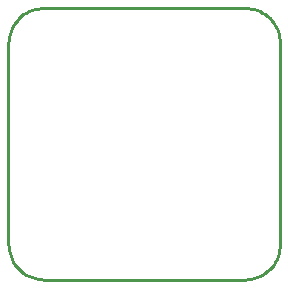
<source format=gbr>
G04 EAGLE Gerber RS-274X export*
G75*
%MOMM*%
%FSLAX34Y34*%
%LPD*%
%IN*%
%IPPOS*%
%AMOC8*
5,1,8,0,0,1.08239X$1,22.5*%
G01*
%ADD10C,0.254000*%


D10*
X0Y30000D02*
X114Y27385D01*
X456Y24791D01*
X1022Y22235D01*
X1809Y19739D01*
X2811Y17321D01*
X4019Y15000D01*
X5425Y12793D01*
X7019Y10716D01*
X8787Y8787D01*
X10716Y7019D01*
X12793Y5425D01*
X15000Y4019D01*
X17321Y2811D01*
X19739Y1809D01*
X22235Y1022D01*
X24791Y456D01*
X27385Y114D01*
X30000Y0D01*
X200000Y0D01*
X202615Y114D01*
X205209Y456D01*
X207765Y1022D01*
X210261Y1809D01*
X212679Y2811D01*
X215000Y4019D01*
X217207Y5425D01*
X219284Y7019D01*
X221213Y8787D01*
X222981Y10716D01*
X224575Y12793D01*
X225981Y15000D01*
X227189Y17321D01*
X228191Y19739D01*
X228978Y22235D01*
X229544Y24791D01*
X229886Y27385D01*
X230000Y30000D01*
X230000Y200000D01*
X229886Y202615D01*
X229544Y205209D01*
X228978Y207765D01*
X228191Y210261D01*
X227189Y212679D01*
X225981Y215000D01*
X224575Y217207D01*
X222981Y219284D01*
X221213Y221213D01*
X219284Y222981D01*
X217207Y224575D01*
X215000Y225981D01*
X212679Y227189D01*
X210261Y228191D01*
X207765Y228978D01*
X205209Y229544D01*
X202615Y229886D01*
X200000Y230000D01*
X30000Y230000D01*
X27385Y229886D01*
X24791Y229544D01*
X22235Y228978D01*
X19739Y228191D01*
X17321Y227189D01*
X15000Y225981D01*
X12793Y224575D01*
X10716Y222981D01*
X8787Y221213D01*
X7019Y219284D01*
X5425Y217207D01*
X4019Y215000D01*
X2811Y212679D01*
X1809Y210261D01*
X1022Y207765D01*
X456Y205209D01*
X114Y202615D01*
X0Y200000D01*
X0Y30000D01*
M02*

</source>
